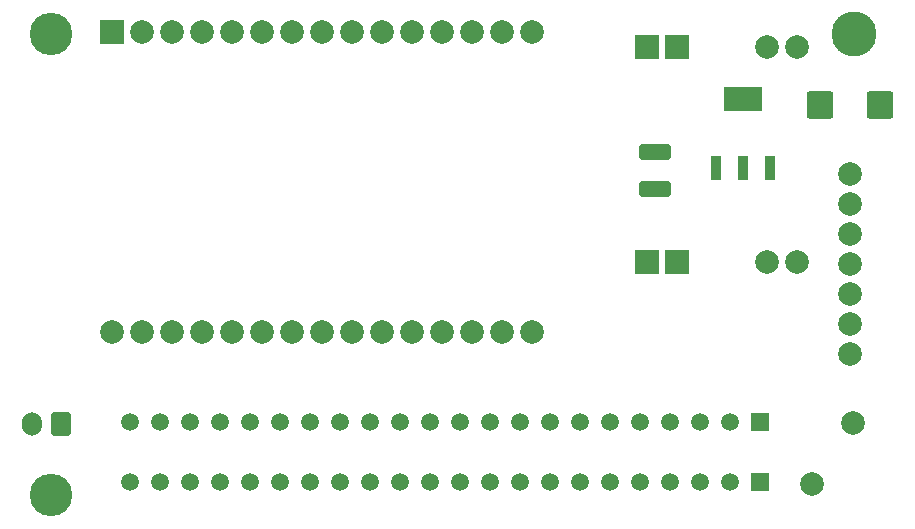
<source format=gbr>
%TF.GenerationSoftware,KiCad,Pcbnew,7.0.6*%
%TF.CreationDate,2023-07-22T15:37:15+02:00*%
%TF.ProjectId,Ctrl-MC Dsiplay Module PCB ver1,4374726c-2d4d-4432-9044-7369706c6179,rev?*%
%TF.SameCoordinates,Original*%
%TF.FileFunction,Soldermask,Top*%
%TF.FilePolarity,Negative*%
%FSLAX46Y46*%
G04 Gerber Fmt 4.6, Leading zero omitted, Abs format (unit mm)*
G04 Created by KiCad (PCBNEW 7.0.6) date 2023-07-22 15:37:15*
%MOMM*%
%LPD*%
G01*
G04 APERTURE LIST*
G04 Aperture macros list*
%AMRoundRect*
0 Rectangle with rounded corners*
0 $1 Rounding radius*
0 $2 $3 $4 $5 $6 $7 $8 $9 X,Y pos of 4 corners*
0 Add a 4 corners polygon primitive as box body*
4,1,4,$2,$3,$4,$5,$6,$7,$8,$9,$2,$3,0*
0 Add four circle primitives for the rounded corners*
1,1,$1+$1,$2,$3*
1,1,$1+$1,$4,$5*
1,1,$1+$1,$6,$7*
1,1,$1+$1,$8,$9*
0 Add four rect primitives between the rounded corners*
20,1,$1+$1,$2,$3,$4,$5,0*
20,1,$1+$1,$4,$5,$6,$7,0*
20,1,$1+$1,$6,$7,$8,$9,0*
20,1,$1+$1,$8,$9,$2,$3,0*%
G04 Aperture macros list end*
%ADD10R,2.000000X2.000000*%
%ADD11C,2.000000*%
%ADD12C,3.800000*%
%ADD13C,3.600000*%
%ADD14RoundRect,0.250000X0.600000X0.750000X-0.600000X0.750000X-0.600000X-0.750000X0.600000X-0.750000X0*%
%ADD15O,1.700000X2.000000*%
%ADD16RoundRect,0.250000X-0.875000X-0.925000X0.875000X-0.925000X0.875000X0.925000X-0.875000X0.925000X0*%
%ADD17RoundRect,0.250000X-1.100000X0.412500X-1.100000X-0.412500X1.100000X-0.412500X1.100000X0.412500X0*%
%ADD18R,0.950000X2.150000*%
%ADD19R,3.250000X2.150000*%
%ADD20R,1.508000X1.508000*%
%ADD21C,1.508000*%
G04 APERTURE END LIST*
D10*
%TO.C,EPS32-DEV-BOARD1*%
X123600000Y-71755000D03*
D11*
X126140000Y-71755000D03*
X128680000Y-71755000D03*
X131220000Y-71755000D03*
X133760000Y-71755000D03*
X136300000Y-71755000D03*
X138840000Y-71755000D03*
X141380000Y-71755000D03*
X143920000Y-71755000D03*
X146460000Y-71755000D03*
X149000000Y-71755000D03*
X151540000Y-71755000D03*
X154080000Y-71755000D03*
X156620000Y-71755000D03*
X159160000Y-71755000D03*
X159160000Y-97155000D03*
X156620000Y-97155000D03*
X154080000Y-97155000D03*
X151540000Y-97155000D03*
X149000000Y-97155000D03*
X146460000Y-97155000D03*
X143920000Y-97155000D03*
X141380000Y-97155000D03*
X138840000Y-97155000D03*
X136300000Y-97155000D03*
X133760000Y-97155000D03*
X131220000Y-97155000D03*
X128680000Y-97155000D03*
X126140000Y-97155000D03*
X123600000Y-97155000D03*
%TD*%
D12*
%TO.C,OLED-DISP-MODULE1*%
X186405000Y-72000000D03*
D13*
X118405000Y-111000000D03*
X118405000Y-72000000D03*
D11*
X186055000Y-99050000D03*
X186055000Y-96510000D03*
X186055000Y-93970000D03*
X186055000Y-91430000D03*
X186055000Y-88890000D03*
X186055000Y-86350000D03*
X186055000Y-83810000D03*
%TD*%
D14*
%TO.C,J3*%
X119298303Y-104936813D03*
D15*
X116798303Y-104936813D03*
%TD*%
D16*
%TO.C,C1*%
X183500000Y-78000000D03*
X188600000Y-78000000D03*
%TD*%
D17*
%TO.C,C2*%
X169545000Y-81965000D03*
X169545000Y-85090000D03*
%TD*%
D18*
%TO.C,LDO1*%
X174700000Y-83270000D03*
X177000000Y-83270000D03*
X179300000Y-83270000D03*
D19*
X177000000Y-77470000D03*
%TD*%
D20*
%TO.C,J2*%
X178435000Y-104775000D03*
X178435000Y-109855000D03*
D21*
X175895000Y-104775000D03*
X175895000Y-109855000D03*
X173355000Y-104775000D03*
X173355000Y-109855000D03*
X170815000Y-104775000D03*
X170815000Y-109855000D03*
X168275000Y-104775000D03*
X168275000Y-109855000D03*
X165735000Y-104775000D03*
X165735000Y-109855000D03*
X163195000Y-104775000D03*
X163195000Y-109855000D03*
X160655000Y-104775000D03*
X160655000Y-109855000D03*
X158115000Y-104775000D03*
X158115000Y-109855000D03*
X155575000Y-104775000D03*
X155575000Y-109855000D03*
X153035000Y-104775000D03*
X153035000Y-109855000D03*
X150495000Y-104775000D03*
X150495000Y-109855000D03*
X147955000Y-104775000D03*
X147955000Y-109855000D03*
X145415000Y-104775000D03*
X145415000Y-109855000D03*
X142875000Y-104775000D03*
X142875000Y-109855000D03*
X140335000Y-104775000D03*
X140335000Y-109855000D03*
X137795000Y-104775000D03*
X137795000Y-109855000D03*
X135255000Y-104775000D03*
X135255000Y-109855000D03*
X132715000Y-104775000D03*
X132715000Y-109855000D03*
X130175000Y-104775000D03*
X130175000Y-109855000D03*
X127635000Y-104775000D03*
X127635000Y-109855000D03*
X125095000Y-104775000D03*
X125095000Y-109855000D03*
%TD*%
D10*
%TO.C,PWR-MODULE1*%
X168910000Y-91225000D03*
X171450000Y-91225000D03*
D11*
X179070000Y-91225000D03*
X181610000Y-91225000D03*
D10*
X168910000Y-73025000D03*
X171450000Y-73025000D03*
D11*
X179070000Y-73025000D03*
X181610000Y-73025000D03*
%TD*%
%TO.C,J1*%
X186362443Y-104896278D03*
X182862440Y-110096278D03*
%TD*%
M02*

</source>
